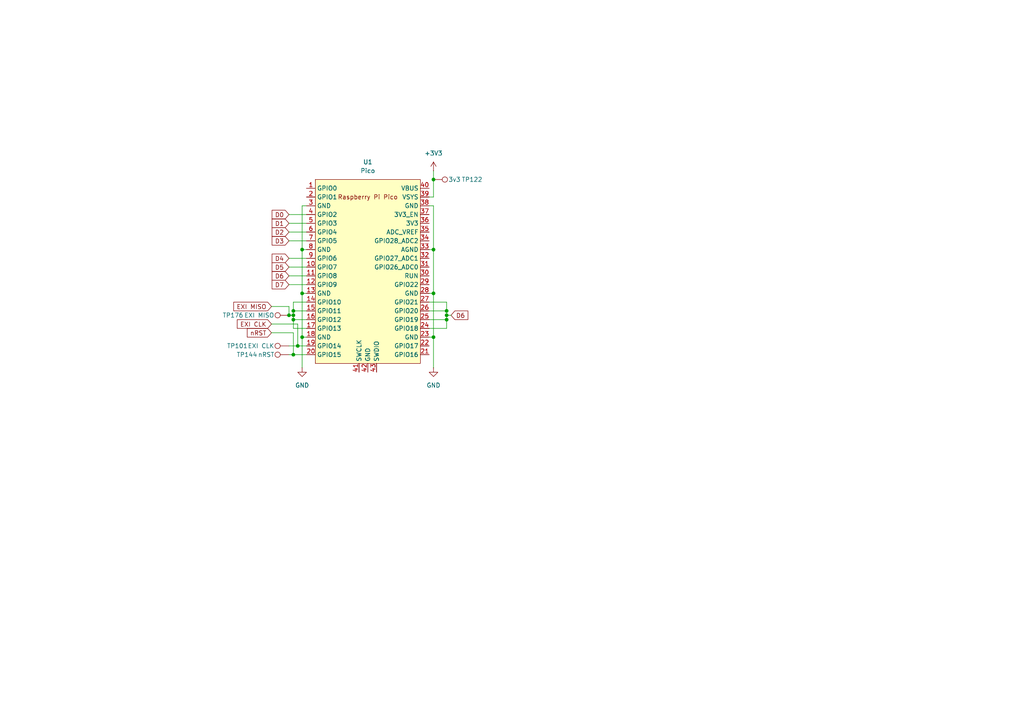
<source format=kicad_sch>
(kicad_sch (version 20231120) (generator "eeschema") (generator_version "8.0")
  (paper "A4")
  (lib_symbols
    (symbol "Connector:TestPoint" (pin_numbers hide) (pin_names (offset 0.762) hide)
      (property "Reference" "TP" (at 0 6.858 0))
      (property "Value" "TestPoint" (at 0 5.08 0))
      (symbol "TestPoint_0_1"
        (circle (center 0 3.302) (radius 0.762))
      )
      (symbol "TestPoint_1_1"
        (pin passive line (at 0 0 90) (length 2.54) (name "1") (number "1"))
      )
    )
    (symbol "pico_flatflex:Pico"
      (property "Reference" "U" (at -13.97 27.94 0))
      (property "Value" "Pico" (at 0 19.05 0))
      (symbol "Pico_0_0"
        (text "Raspberry Pi Pico" (at 0 21.59 0) (effects (font (size 1.27 1.27))))
      )
      (symbol "Pico_0_1"
        (rectangle (start -15.24 26.67) (end 15.24 -26.67) (fill (type background)))
      )
      (symbol "Pico_1_1"
        (pin bidirectional line (at -17.78 24.13 0) (length 2.54) (name "GPIO0") (number "1"))
        (pin bidirectional line (at -17.78 1.27 0) (length 2.54) (name "GPIO7") (number "10"))
        (pin bidirectional line (at -17.78 -1.27 0) (length 2.54) (name "GPIO8") (number "11"))
        (pin bidirectional line (at -17.78 -3.81 0) (length 2.54) (name "GPIO9") (number "12"))
        (pin power_in line (at -17.78 -6.35 0) (length 2.54) (name "GND") (number "13"))
        (pin bidirectional line (at -17.78 -8.89 0) (length 2.54) (name "GPIO10") (number "14"))
        (pin bidirectional line (at -17.78 -11.43 0) (length 2.54) (name "GPIO11") (number "15"))
        (pin bidirectional line (at -17.78 -13.97 0) (length 2.54) (name "GPIO12") (number "16"))
        (pin bidirectional line (at -17.78 -16.51 0) (length 2.54) (name "GPIO13") (number "17"))
        (pin power_in line (at -17.78 -19.05 0) (length 2.54) (name "GND") (number "18"))
        (pin bidirectional line (at -17.78 -21.59 0) (length 2.54) (name "GPIO14") (number "19"))
        (pin bidirectional line (at -17.78 21.59 0) (length 2.54) (name "GPIO1") (number "2"))
        (pin bidirectional line (at -17.78 -24.13 0) (length 2.54) (name "GPIO15") (number "20"))
        (pin bidirectional line (at 17.78 -24.13 180) (length 2.54) (name "GPIO16") (number "21"))
        (pin bidirectional line (at 17.78 -21.59 180) (length 2.54) (name "GPIO17") (number "22"))
        (pin power_in line (at 17.78 -19.05 180) (length 2.54) (name "GND") (number "23"))
        (pin bidirectional line (at 17.78 -16.51 180) (length 2.54) (name "GPIO18") (number "24"))
        (pin bidirectional line (at 17.78 -13.97 180) (length 2.54) (name "GPIO19") (number "25"))
        (pin bidirectional line (at 17.78 -11.43 180) (length 2.54) (name "GPIO20") (number "26"))
        (pin bidirectional line (at 17.78 -8.89 180) (length 2.54) (name "GPIO21") (number "27"))
        (pin power_in line (at 17.78 -6.35 180) (length 2.54) (name "GND") (number "28"))
        (pin bidirectional line (at 17.78 -3.81 180) (length 2.54) (name "GPIO22") (number "29"))
        (pin power_in line (at -17.78 19.05 0) (length 2.54) (name "GND") (number "3"))
        (pin input line (at 17.78 -1.27 180) (length 2.54) (name "RUN") (number "30"))
        (pin bidirectional line (at 17.78 1.27 180) (length 2.54) (name "GPIO26_ADC0") (number "31"))
        (pin bidirectional line (at 17.78 3.81 180) (length 2.54) (name "GPIO27_ADC1") (number "32"))
        (pin power_in line (at 17.78 6.35 180) (length 2.54) (name "AGND") (number "33"))
        (pin bidirectional line (at 17.78 8.89 180) (length 2.54) (name "GPIO28_ADC2") (number "34"))
        (pin power_in line (at 17.78 11.43 180) (length 2.54) (name "ADC_VREF") (number "35"))
        (pin power_in line (at 17.78 13.97 180) (length 2.54) (name "3V3") (number "36"))
        (pin input line (at 17.78 16.51 180) (length 2.54) (name "3V3_EN") (number "37"))
        (pin bidirectional line (at 17.78 19.05 180) (length 2.54) (name "GND") (number "38"))
        (pin power_in line (at 17.78 21.59 180) (length 2.54) (name "VSYS") (number "39"))
        (pin bidirectional line (at -17.78 16.51 0) (length 2.54) (name "GPIO2") (number "4"))
        (pin power_in line (at 17.78 24.13 180) (length 2.54) (name "VBUS") (number "40"))
        (pin input line (at -2.54 -29.21 90) (length 2.54) (name "SWCLK") (number "41"))
        (pin power_in line (at 0 -29.21 90) (length 2.54) (name "GND") (number "42"))
        (pin bidirectional line (at 2.54 -29.21 90) (length 2.54) (name "SWDIO") (number "43"))
        (pin bidirectional line (at -17.78 13.97 0) (length 2.54) (name "GPIO3") (number "5"))
        (pin bidirectional line (at -17.78 11.43 0) (length 2.54) (name "GPIO4") (number "6"))
        (pin bidirectional line (at -17.78 8.89 0) (length 2.54) (name "GPIO5") (number "7"))
        (pin power_in line (at -17.78 6.35 0) (length 2.54) (name "GND") (number "8"))
        (pin bidirectional line (at -17.78 3.81 0) (length 2.54) (name "GPIO6") (number "9"))
      )
    )
    (symbol "power:+3V3" (power) (pin_numbers hide) (pin_names (offset 0) hide)
      (property "Value" "+3V3" (at 0 3.556 0))
      (symbol "+3V3_0_1"
        (polyline (pts (xy -0.762 1.27) (xy 0 2.54)))
        (polyline (pts (xy 0 0) (xy 0 2.54)))
        (polyline (pts (xy 0 2.54) (xy 0.762 1.27)))
      )
      (symbol "+3V3_1_1"
        (pin power_in line (at 0 0 90) (length 0) (name "~") (number "1"))
      )
    )
    (symbol "power:GND" (power) (pin_numbers hide) (pin_names (offset 0) hide)
      (property "Value" "GND" (at 0 -3.81 0))
      (symbol "GND_0_1"
        (polyline (pts (xy 0 0) (xy 0 -1.27) (xy 1.27 -1.27) (xy 0 -2.54) (xy -1.27 -1.27) (xy 0 -1.27)))
      )
      (symbol "GND_1_1"
        (pin power_in line (at 0 0 270) (length 0) (name "~") (number "1"))
      )
    )
  )
  (junction (at 85.09 91.44))
  (junction (at 125.73 85.09))
  (junction (at 87.63 97.79))
  (junction (at 87.63 85.09))
  (junction (at 85.09 90.17))
  (junction (at 129.54 90.17))
  (junction (at 125.73 97.79))
  (junction (at 87.63 72.39))
  (junction (at 129.54 92.71))
  (junction (at 129.54 91.44))
  (junction (at 83.82 91.44))
  (junction (at 85.09 92.71))
  (junction (at 86.36 100.33))
  (junction (at 85.09 102.87))
  (junction (at 125.73 52.07))
  (junction (at 125.73 72.39))
  (wire (pts (xy 125.73 97.79) (xy 125.73 106.68)))
  (wire (pts (xy 86.36 93.98) (xy 86.36 100.33)))
  (wire (pts (xy 85.09 96.52) (xy 78.74 96.52)))
  (wire (pts (xy 88.9 72.39) (xy 87.63 72.39)))
  (wire (pts (xy 83.82 100.33) (xy 86.36 100.33)))
  (wire (pts (xy 85.09 90.17) (xy 85.09 91.44)))
  (wire (pts (xy 124.46 95.25) (xy 129.54 95.25)))
  (wire (pts (xy 125.73 49.53) (xy 125.73 52.07)))
  (wire (pts (xy 83.82 64.77) (xy 88.9 64.77)))
  (wire (pts (xy 124.46 87.63) (xy 129.54 87.63)))
  (wire (pts (xy 125.73 72.39) (xy 125.73 85.09)))
  (wire (pts (xy 124.46 97.79) (xy 125.73 97.79)))
  (wire (pts (xy 83.82 91.44) (xy 85.09 91.44)))
  (wire (pts (xy 85.09 87.63) (xy 88.9 87.63)))
  (wire (pts (xy 78.74 93.98) (xy 86.36 93.98)))
  (wire (pts (xy 125.73 52.07) (xy 125.73 57.15)))
  (wire (pts (xy 129.54 90.17) (xy 129.54 91.44)))
  (wire (pts (xy 125.73 85.09) (xy 125.73 97.79)))
  (wire (pts (xy 83.82 80.01) (xy 88.9 80.01)))
  (wire (pts (xy 130.81 91.44) (xy 129.54 91.44)))
  (wire (pts (xy 87.63 97.79) (xy 87.63 106.68)))
  (wire (pts (xy 129.54 92.71) (xy 129.54 95.25)))
  (wire (pts (xy 85.09 102.87) (xy 85.09 96.52)))
  (wire (pts (xy 83.82 77.47) (xy 88.9 77.47)))
  (wire (pts (xy 83.82 69.85) (xy 88.9 69.85)))
  (wire (pts (xy 88.9 85.09) (xy 87.63 85.09)))
  (wire (pts (xy 124.46 85.09) (xy 125.73 85.09)))
  (wire (pts (xy 85.09 87.63) (xy 85.09 90.17)))
  (wire (pts (xy 87.63 59.69) (xy 87.63 72.39)))
  (wire (pts (xy 88.9 90.17) (xy 85.09 90.17)))
  (wire (pts (xy 124.46 57.15) (xy 125.73 57.15)))
  (wire (pts (xy 124.46 92.71) (xy 129.54 92.71)))
  (wire (pts (xy 85.09 102.87) (xy 88.9 102.87)))
  (wire (pts (xy 78.74 88.9) (xy 83.82 88.9)))
  (wire (pts (xy 124.46 72.39) (xy 125.73 72.39)))
  (wire (pts (xy 88.9 59.69) (xy 87.63 59.69)))
  (wire (pts (xy 83.82 67.31) (xy 88.9 67.31)))
  (wire (pts (xy 85.09 92.71) (xy 88.9 92.71)))
  (wire (pts (xy 83.82 102.87) (xy 85.09 102.87)))
  (wire (pts (xy 124.46 90.17) (xy 129.54 90.17)))
  (wire (pts (xy 83.82 82.55) (xy 88.9 82.55)))
  (wire (pts (xy 124.46 59.69) (xy 125.73 59.69)))
  (wire (pts (xy 85.09 95.25) (xy 88.9 95.25)))
  (wire (pts (xy 85.09 91.44) (xy 85.09 92.71)))
  (wire (pts (xy 129.54 87.63) (xy 129.54 90.17)))
  (wire (pts (xy 86.36 100.33) (xy 88.9 100.33)))
  (wire (pts (xy 85.09 92.71) (xy 85.09 95.25)))
  (wire (pts (xy 87.63 85.09) (xy 87.63 97.79)))
  (wire (pts (xy 88.9 97.79) (xy 87.63 97.79)))
  (wire (pts (xy 83.82 74.93) (xy 88.9 74.93)))
  (wire (pts (xy 129.54 91.44) (xy 129.54 92.71)))
  (wire (pts (xy 87.63 72.39) (xy 87.63 85.09)))
  (wire (pts (xy 125.73 59.69) (xy 125.73 72.39)))
  (wire (pts (xy 83.82 88.9) (xy 83.82 91.44)))
  (wire (pts (xy 83.82 62.23) (xy 88.9 62.23)))
  (global_label "D6" (shape input) (at 130.81 91.44 0) (property "Intersheetrefs" "${INTERSHEET_REFS}" (effects (hide yes))))
  (global_label "nRST" (shape input) (at 78.74 96.52 180) (property "Intersheetrefs" "${INTERSHEET_REFS}" (effects (hide yes))))
  (global_label "D4" (shape input) (at 83.82 74.93 180) (property "Intersheetrefs" "${INTERSHEET_REFS}" (effects (hide yes))))
  (global_label "D7" (shape input) (at 83.82 82.55 180) (property "Intersheetrefs" "${INTERSHEET_REFS}" (effects (hide yes))))
  (global_label "D5" (shape input) (at 83.82 77.47 180) (property "Intersheetrefs" "${INTERSHEET_REFS}" (effects (hide yes))))
  (global_label "EXI CLK" (shape input) (at 78.74 93.98 180) (property "Intersheetrefs" "${INTERSHEET_REFS}" (effects (hide yes))))
  (global_label "D3" (shape input) (at 83.82 69.85 180) (property "Intersheetrefs" "${INTERSHEET_REFS}" (effects (hide yes))))
  (global_label "D0" (shape input) (at 83.82 62.23 180) (property "Intersheetrefs" "${INTERSHEET_REFS}" (effects (hide yes))))
  (global_label "D6" (shape input) (at 83.82 80.01 180) (property "Intersheetrefs" "${INTERSHEET_REFS}" (effects (hide yes))))
  (global_label "EXI MISO" (shape input) (at 78.74 88.9 180) (property "Intersheetrefs" "${INTERSHEET_REFS}" (effects (hide yes))))
  (global_label "D2" (shape input) (at 83.82 67.31 180) (property "Intersheetrefs" "${INTERSHEET_REFS}" (effects (hide yes))))
  (global_label "D1" (shape input) (at 83.82 64.77 180) (property "Intersheetrefs" "${INTERSHEET_REFS}" (effects (hide yes))))
  (symbol (lib_id "power:GND") (at 125.73 106.68 0) (unit 1)
    (property "Reference" "#PWR02" (effects (hide yes)))
    (property "Value" "GND" (at 125.73 111.76 0))
    (property "Description" "Power symbol creates a global label with name \"GND\" , ground" (effects (hide yes)))
  )
  (symbol (lib_id "power:+3V3") (at 125.73 49.53 0) (unit 1)
    (property "Reference" "#PWR03" (effects (hide yes)))
    (property "Value" "+3V3" (at 125.73 44.45 0))
    (property "Description" "Power symbol creates a global label with name \"+3V3\"" (effects (hide yes)))
  )
  (symbol (lib_id "Connector:TestPoint") (at 83.82 91.44 90) (unit 1)
    (property "Reference" "TP176" (at 67.564 91.44 90))
    (property "Value" "EXI MISO" (at 75.184 91.44 90))
    (property "Footprint" "TestPoint:TestPoint_Pad_D1.5mm" (effects (hide yes)))
    (property "Description" "test point" (effects (hide yes)))
  )
  (symbol (lib_id "Connector:TestPoint") (at 83.82 102.87 90) (unit 1)
    (property "Reference" "TP144" (at 71.628 102.87 90))
    (property "Value" "nRST" (at 77.216 102.87 90))
    (property "Footprint" "TestPoint:TestPoint_Pad_D1.5mm" (effects (hide yes)))
    (property "Description" "test point" (effects (hide yes)))
  )
  (symbol (lib_id "Connector:TestPoint") (at 125.73 52.07 270) (unit 1)
    (property "Reference" "TP122" (at 136.906 52.07 90))
    (property "Value" "3v3" (at 131.826 52.07 90))
    (property "Footprint" "TestPoint:TestPoint_Pad_D1.5mm" (effects (hide yes)))
    (property "Description" "test point" (effects (hide yes)))
  )
  (symbol (lib_id "Connector:TestPoint") (at 83.82 100.33 90) (unit 1)
    (property "Reference" "TP101" (at 68.834 100.33 90))
    (property "Value" "EXI CLK" (at 75.692 100.33 90))
    (property "Footprint" "TestPoint:TestPoint_Pad_D1.5mm" (effects (hide yes)))
    (property "Description" "test point" (effects (hide yes)))
  )
  (symbol (lib_id "pico_flatflex:Pico") (at 106.68 78.74 0) (unit 1)
    (property "Reference" "U1" (at 106.68 46.99 0))
    (property "Value" "Pico" (at 106.68 49.53 0))
    (property "Footprint" "CustomFootprints:RPi_Pico_SMD" (effects (hide yes)))
  )
  (symbol (lib_id "power:GND") (at 87.63 106.68 0) (unit 1)
    (property "Reference" "#PWR01" (effects (hide yes)))
    (property "Value" "GND" (at 87.63 111.76 0))
    (property "Description" "Power symbol creates a global label with name \"GND\" , ground" (effects (hide yes)))
  )
)
</source>
